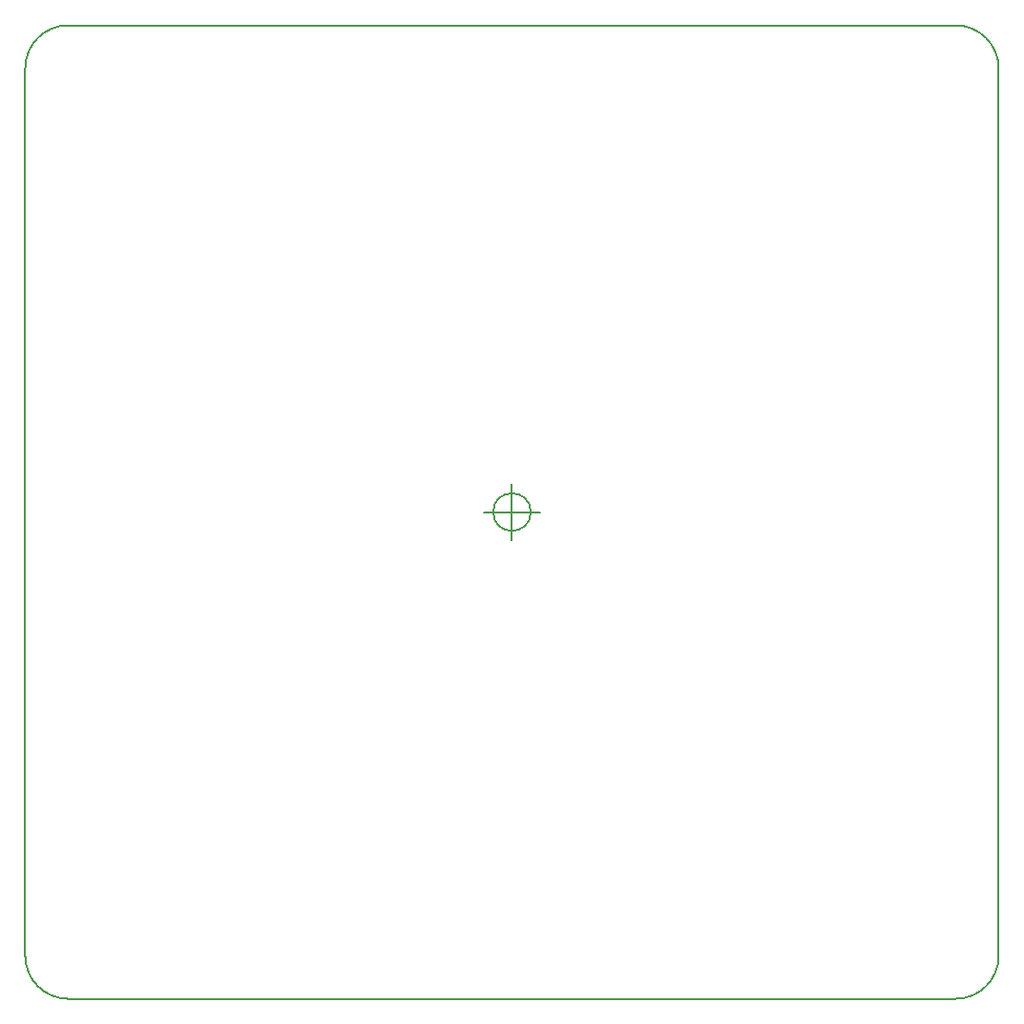
<source format=gbr>
G04 #@! TF.FileFunction,Profile,NP*
%FSLAX46Y46*%
G04 Gerber Fmt 4.6, Leading zero omitted, Abs format (unit mm)*
G04 Created by KiCad (PCBNEW 4.0.7) date 03/08/18 15:58:25*
%MOMM*%
%LPD*%
G01*
G04 APERTURE LIST*
%ADD10C,0.100000*%
%ADD11C,0.150000*%
G04 APERTURE END LIST*
D10*
D11*
X70246666Y-68580000D02*
G75*
G03X70246666Y-68580000I-1666666J0D01*
G01*
X66080000Y-68580000D02*
X71080000Y-68580000D01*
X68580000Y-66080000D02*
X68580000Y-71080000D01*
X25400000Y-29210000D02*
X25400000Y-107950000D01*
X107950000Y-25400000D02*
X29210000Y-25400000D01*
X111760000Y-107950000D02*
X111760000Y-29210000D01*
X29210000Y-111760000D02*
X107950000Y-111760000D01*
X25400000Y-107950000D02*
G75*
G03X29210000Y-111760000I3810000J0D01*
G01*
X29210000Y-25400000D02*
G75*
G03X25400000Y-29210000I0J-3810000D01*
G01*
X111760000Y-29210000D02*
G75*
G03X107950000Y-25400000I-3810000J0D01*
G01*
X107950000Y-111760000D02*
G75*
G03X111760000Y-107950000I0J3810000D01*
G01*
M02*

</source>
